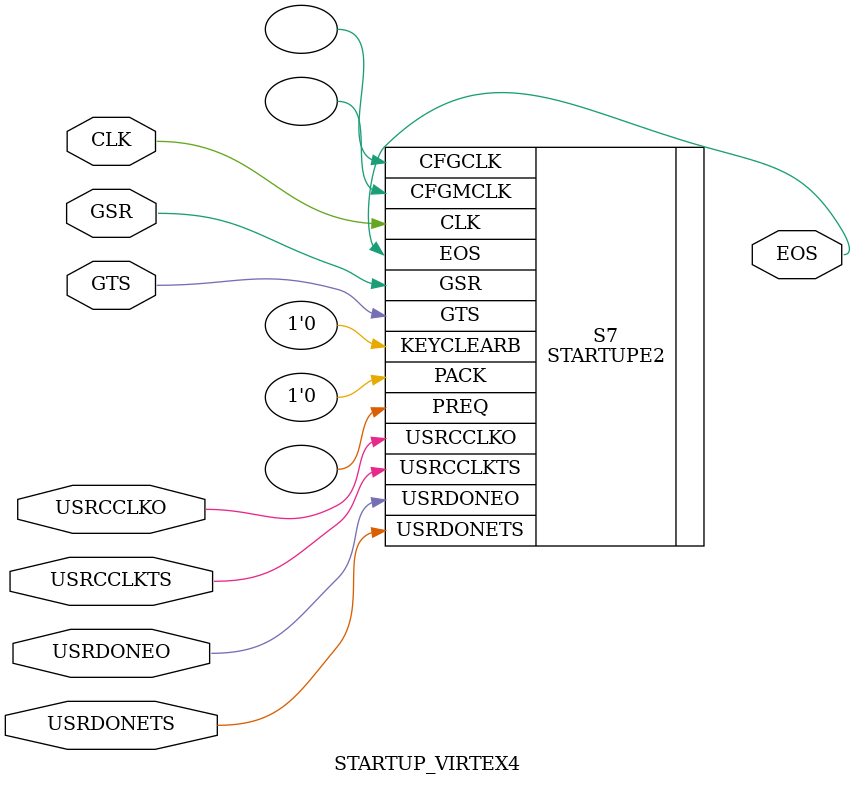
<source format=v>
`timescale 1 ps/1 ps

module STARTUP_VIRTEX4 (EOS, CLK, GSR, GTS, USRCCLKO, USRCCLKTS, USRDONEO, USRDONETS);

    output EOS;
    
    input CLK;
    input GSR;
    input GTS;
    input USRCCLKO;
    input USRCCLKTS;
    input USRDONEO;
    input USRDONETS;
  

STARTUPE2 S7 ( .CFGCLK(), .CFGMCLK(), .EOS(EOS), .PREQ(), .CLK(CLK), .GSR(GSR), .GTS(GTS), .KEYCLEARB(1'b0), .PACK(1'b0), .USRCCLKO(USRCCLKO), .USRCCLKTS(USRCCLKTS), .USRDONEO(USRDONEO), .USRDONETS(USRDONETS));

endmodule

</source>
